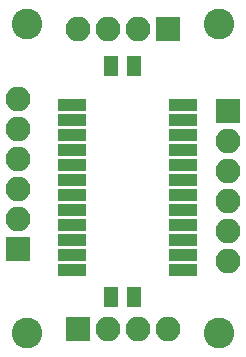
<source format=gts>
G04 #@! TF.FileFunction,Soldermask,Top*
%FSLAX46Y46*%
G04 Gerber Fmt 4.6, Leading zero omitted, Abs format (unit mm)*
G04 Created by KiCad (PCBNEW 4.0.4-stable) date 12/02/17 16:34:21*
%MOMM*%
%LPD*%
G01*
G04 APERTURE LIST*
%ADD10C,0.100000*%
%ADD11C,2.600000*%
%ADD12R,1.300000X1.700000*%
%ADD13R,2.400000X1.000000*%
%ADD14R,2.100000X2.100000*%
%ADD15O,2.100000X2.100000*%
G04 APERTURE END LIST*
D10*
D11*
X156718000Y-117856000D03*
D12*
X147590000Y-95250000D03*
X149490000Y-95250000D03*
X147590000Y-114808000D03*
X149490000Y-114808000D03*
D11*
X156718000Y-91694000D03*
X140462000Y-91694000D03*
X140462000Y-117856000D03*
D13*
X153672000Y-112522000D03*
X153672000Y-111252000D03*
X153672000Y-109982000D03*
X153672000Y-108712000D03*
X153672000Y-107442000D03*
X153672000Y-106172000D03*
X153672000Y-104902000D03*
X153672000Y-103632000D03*
X153672000Y-102362000D03*
X153672000Y-101092000D03*
X153672000Y-99822000D03*
X153672000Y-98552000D03*
X144272000Y-98552000D03*
X144272000Y-99822000D03*
X144272000Y-101092000D03*
X144272000Y-102362000D03*
X144272000Y-103632000D03*
X144272000Y-104902000D03*
X144272000Y-106172000D03*
X144272000Y-107442000D03*
X144272000Y-108712000D03*
X144272000Y-109982000D03*
X144272000Y-111252000D03*
X144272000Y-112522000D03*
D14*
X157480000Y-99060000D03*
D15*
X157480000Y-101600000D03*
X157480000Y-104140000D03*
X157480000Y-106680000D03*
X157480000Y-109220000D03*
X157480000Y-111760000D03*
D14*
X139700000Y-110744000D03*
D15*
X139700000Y-108204000D03*
X139700000Y-105664000D03*
X139700000Y-103124000D03*
X139700000Y-100584000D03*
X139700000Y-98044000D03*
D14*
X152400000Y-92075000D03*
D15*
X149860000Y-92075000D03*
X147320000Y-92075000D03*
X144780000Y-92075000D03*
D14*
X144780000Y-117475000D03*
D15*
X147320000Y-117475000D03*
X149860000Y-117475000D03*
X152400000Y-117475000D03*
M02*

</source>
